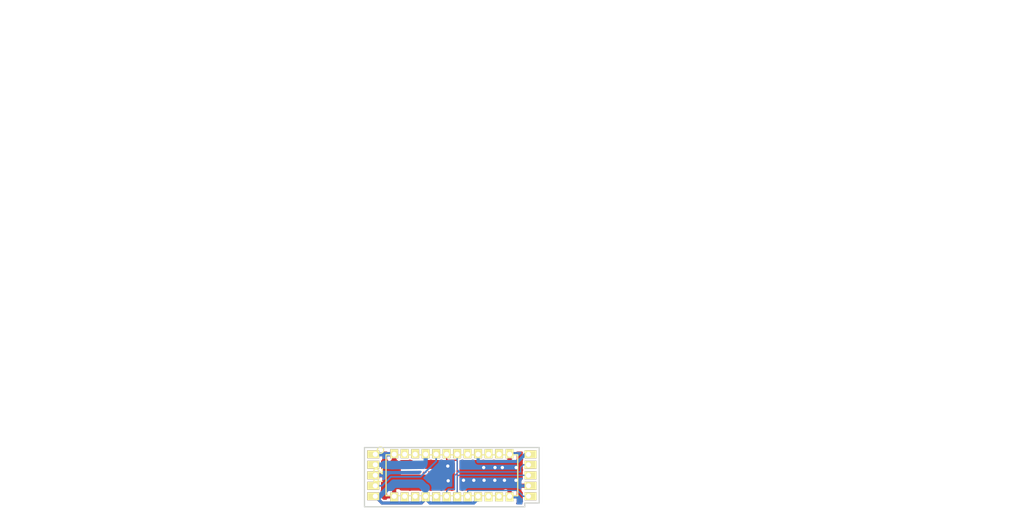
<source format=kicad_pcb>
(kicad_pcb (version 4) (host pcbnew 4.0.2-stable)

  (general
    (links 16)
    (no_connects 1)
    (area 19.6342 14.0462 188.16869 75.090021)
    (thickness 1.6)
    (drawings 11)
    (tracks 120)
    (zones 0)
    (modules 1)
    (nets 9)
  )

  (page User 175.006 124.993)
  (layers
    (0 F.Cu signal)
    (31 B.Cu signal)
    (32 B.Adhes user hide)
    (33 F.Adhes user hide)
    (34 B.Paste user hide)
    (35 F.Paste user hide)
    (36 B.SilkS user)
    (37 F.SilkS user hide)
    (38 B.Mask user)
    (39 F.Mask user)
    (40 Dwgs.User user)
    (41 Cmts.User user)
    (42 Eco1.User user)
    (43 Eco2.User user)
    (44 Edge.Cuts user)
    (45 Margin user)
    (46 B.CrtYd user)
    (47 F.CrtYd user)
    (48 B.Fab user)
    (49 F.Fab user)
  )

  (setup
    (last_trace_width 0.1524)
    (user_trace_width 0.2032)
    (user_trace_width 0.381)
    (user_trace_width 0.508)
    (user_trace_width 0.635)
    (user_trace_width 0.762)
    (user_trace_width 1.016)
    (user_trace_width 1.27)
    (trace_clearance 0.1524)
    (zone_clearance 0.2032)
    (zone_45_only no)
    (trace_min 0.1524)
    (segment_width 0.2)
    (edge_width 0.15)
    (via_size 0.6)
    (via_drill 0.4)
    (via_min_size 0.3048)
    (via_min_drill 0.3)
    (user_via 0.635 0.3048)
    (uvia_size 0.3)
    (uvia_drill 0.1)
    (uvias_allowed no)
    (uvia_min_size 0.2)
    (uvia_min_drill 0.1)
    (pcb_text_width 0.3)
    (pcb_text_size 1.5 1.5)
    (mod_edge_width 0.15)
    (mod_text_size 1 1)
    (mod_text_width 0.15)
    (pad_size 0.8 0.8)
    (pad_drill 0.48)
    (pad_to_mask_clearance 0.0127)
    (solder_mask_min_width 0.0381)
    (aux_axis_origin 0 0)
    (visible_elements 7FFFEFFF)
    (pcbplotparams
      (layerselection 0x011c0_80000001)
      (usegerberextensions true)
      (excludeedgelayer true)
      (linewidth 0.050000)
      (plotframeref false)
      (viasonmask false)
      (mode 1)
      (useauxorigin false)
      (hpglpennumber 1)
      (hpglpenspeed 20)
      (hpglpendiameter 15)
      (hpglpenoverlay 2)
      (psnegative false)
      (psa4output false)
      (plotreference false)
      (plotvalue false)
      (plotinvisibletext false)
      (padsonsilk false)
      (subtractmaskfromsilk false)
      (outputformat 1)
      (mirror false)
      (drillshape 0)
      (scaleselection 1)
      (outputdirectory PDFGerbersJan4_2018))
  )

  (net 0 "")
  (net 1 "Net-(P2-Pad28)")
  (net 2 "Net-(P2-Pad11)")
  (net 3 "Net-(P2-Pad12)")
  (net 4 "Net-(P2-Pad17)")
  (net 5 "Net-(P2-Pad16)")
  (net 6 "Net-(P2-Pad18)")
  (net 7 GND)
  (net 8 "Net-(P2-Pad26)")

  (net_class Default "This is the default net class."
    (clearance 0.1524)
    (trace_width 0.1524)
    (via_dia 0.6)
    (via_drill 0.4)
    (uvia_dia 0.3)
    (uvia_drill 0.1)
    (add_net GND)
    (add_net "Net-(P2-Pad11)")
    (add_net "Net-(P2-Pad12)")
    (add_net "Net-(P2-Pad16)")
    (add_net "Net-(P2-Pad17)")
    (add_net "Net-(P2-Pad18)")
    (add_net "Net-(P2-Pad26)")
    (add_net "Net-(P2-Pad28)")
  )

  (module Footprints:RISER_BOARD_CONN_RCPT_2ROW_24POS_TH_RA_1.27MM__thruhole (layer F.Cu) (tedit 599F35D5) (tstamp 5935EDC3)
    (at 74.3839 70.88632)
    (path /5935DB92)
    (fp_text reference P2 (at -8.89 0 90) (layer F.SilkS)
      (effects (font (size 1 1) (thickness 0.15)))
    )
    (fp_text value HUBSY_RISER_BOARD_M50-3201245_AND_2x_GRPB051VWVN-RC (at 0 0) (layer F.Fab) hide
      (effects (font (size 0.127 0.127) (thickness 0.03175)))
    )
    (fp_line (start 8.8392 3.3528) (end 8.8392 3.81) (layer F.Fab) (width 0.15))
    (fp_line (start 10.541 3.3528) (end 8.8392 3.3528) (layer F.Fab) (width 0.15))
    (fp_line (start 7.493 -3.048) (end -7.493 -3.048) (layer F.Fab) (width 0.15))
    (fp_line (start 7.493 -2.032) (end 7.493 -3.048) (layer F.Fab) (width 0.15))
    (fp_line (start -7.493 -2.032) (end 7.493 -2.032) (layer F.Fab) (width 0.15))
    (fp_line (start -7.493 -3.048) (end -7.493 -2.032) (layer F.Fab) (width 0.15))
    (fp_line (start 7.493 2.032) (end -7.493 2.032) (layer F.Fab) (width 0.15))
    (fp_line (start 7.493 3.048) (end 7.493 2.032) (layer F.Fab) (width 0.15))
    (fp_line (start -7.493 3.048) (end 7.493 3.048) (layer F.Fab) (width 0.15))
    (fp_line (start -7.493 2.032) (end -7.493 3.048) (layer F.Fab) (width 0.15))
    (fp_line (start -10.541 3.81) (end -10.541 -3.302) (layer F.Fab) (width 0.15))
    (fp_line (start 8.8392 3.81) (end -10.541 3.81) (layer F.Fab) (width 0.15))
    (fp_line (start 10.541 -3.302) (end 10.541 3.302) (layer F.Fab) (width 0.15))
    (fp_line (start -10.541 -3.302) (end 10.541 -3.302) (layer F.Fab) (width 0.15))
    (fp_circle (center -8.636 -3.048) (end -8.636 -3.429) (layer F.SilkS) (width 0.15))
    (fp_circle (center -8.382 -2.794) (end -8.382 -3.048) (layer F.Fab) (width 0.15))
    (fp_text user %R (at 0 0) (layer F.Fab)
      (effects (font (size 1 1) (thickness 0.15)))
    )
    (fp_line (start -7.97 2.475) (end 7.97 2.475) (layer F.SilkS) (width 0.15))
    (fp_line (start -7.97 -2.475) (end 7.97 -2.475) (layer F.Fab) (width 0.15))
    (fp_line (start -7.97 -2.475) (end 7.97 -2.475) (layer F.SilkS) (width 0.15))
    (fp_line (start -7.97 2.475) (end 7.97 2.475) (layer F.Fab) (width 0.15))
    (fp_line (start -7.97 -2.475) (end -7.97 2.475) (layer F.SilkS) (width 0.15))
    (fp_line (start -7.97 -2.475) (end -7.97 2.475) (layer F.Fab) (width 0.15))
    (fp_line (start 7.97 -2.475) (end 7.97 2.475) (layer F.SilkS) (width 0.15))
    (fp_line (start 7.97 -2.475) (end 7.97 2.475) (layer F.Fab) (width 0.15))
    (pad 2 thru_hole rect (at -6.985 2.54) (size 0.95 1.1) (drill 0.6 (offset 0 0.075)) (layers *.Cu *.Mask F.SilkS)
      (net 7 GND))
    (pad 3 thru_hole rect (at -5.715 -2.54) (size 0.95 1.1) (drill 0.6 (offset 0 -0.075)) (layers *.Cu *.Mask F.SilkS))
    (pad 5 thru_hole rect (at -4.445 -2.54) (size 0.95 1.1) (drill 0.6 (offset 0 -0.075)) (layers *.Cu *.Mask F.SilkS))
    (pad 7 thru_hole rect (at -3.175 -2.54) (size 0.95 1.1) (drill 0.6 (offset 0 -0.075)) (layers *.Cu *.Mask F.SilkS)
      (net 8 "Net-(P2-Pad26)"))
    (pad 9 thru_hole rect (at -1.905 -2.54) (size 0.95 1.1) (drill 0.6 (offset 0 -0.075)) (layers *.Cu *.Mask F.SilkS)
      (net 1 "Net-(P2-Pad28)"))
    (pad 11 thru_hole rect (at -0.635 -2.54) (size 0.95 1.1) (drill 0.6 (offset 0 -0.075)) (layers *.Cu *.Mask F.SilkS)
      (net 2 "Net-(P2-Pad11)"))
    (pad 13 thru_hole rect (at 0.635 -2.54) (size 0.95 1.1) (drill 0.6 (offset 0 -0.075)) (layers *.Cu *.Mask F.SilkS)
      (net 3 "Net-(P2-Pad12)"))
    (pad 15 thru_hole rect (at 1.905 -2.54) (size 0.95 1.1) (drill 0.6 (offset 0 -0.075)) (layers *.Cu *.Mask F.SilkS))
    (pad 17 thru_hole rect (at 3.175 -2.54) (size 0.95 1.1) (drill 0.6 (offset 0 -0.075)) (layers *.Cu *.Mask F.SilkS)
      (net 4 "Net-(P2-Pad17)"))
    (pad 19 thru_hole rect (at 4.445 -2.54) (size 0.95 1.1) (drill 0.6 (offset 0 -0.075)) (layers *.Cu *.Mask F.SilkS))
    (pad 21 thru_hole rect (at 5.715 -2.54) (size 0.95 1.1) (drill 0.6 (offset 0 -0.075)) (layers *.Cu *.Mask F.SilkS))
    (pad 23 thru_hole rect (at 6.985 -2.54) (size 0.95 1.1) (drill 0.6 (offset 0 -0.075)) (layers *.Cu *.Mask F.SilkS)
      (net 7 GND))
    (pad 4 thru_hole rect (at -5.715 2.54) (size 0.95 1.1) (drill 0.6 (offset 0 0.075)) (layers *.Cu *.Mask F.SilkS))
    (pad 6 thru_hole rect (at -4.445 2.54) (size 0.95 1.1) (drill 0.6 (offset 0 0.075)) (layers *.Cu *.Mask F.SilkS))
    (pad 8 thru_hole rect (at -3.175 2.54) (size 0.95 1.1) (drill 0.6 (offset 0 0.075)) (layers *.Cu *.Mask F.SilkS)
      (net 6 "Net-(P2-Pad18)"))
    (pad 10 thru_hole rect (at -1.905 2.54) (size 0.95 1.1) (drill 0.6 (offset 0 0.075)) (layers *.Cu *.Mask F.SilkS))
    (pad 12 thru_hole rect (at -0.635 2.54) (size 0.95 1.1) (drill 0.6 (offset 0 0.075)) (layers *.Cu *.Mask F.SilkS)
      (net 3 "Net-(P2-Pad12)"))
    (pad 14 thru_hole rect (at 0.635 2.54) (size 0.95 1.1) (drill 0.6 (offset 0 0.075)) (layers *.Cu *.Mask F.SilkS)
      (net 2 "Net-(P2-Pad11)"))
    (pad 16 thru_hole rect (at 1.905 2.54) (size 0.95 1.1) (drill 0.6 (offset 0 0.075)) (layers *.Cu *.Mask F.SilkS)
      (net 5 "Net-(P2-Pad16)"))
    (pad 18 thru_hole rect (at 3.175 2.54) (size 0.95 1.1) (drill 0.6 (offset 0 0.075)) (layers *.Cu *.Mask F.SilkS)
      (net 6 "Net-(P2-Pad18)"))
    (pad 22 thru_hole rect (at 5.715 2.54) (size 0.95 1.1) (drill 0.6 (offset 0 0.075)) (layers *.Cu *.Mask F.SilkS))
    (pad 20 thru_hole rect (at 4.445 2.54) (size 0.95 1.1) (drill 0.6 (offset 0 0.075)) (layers *.Cu *.Mask F.SilkS))
    (pad 24 thru_hole rect (at 6.985 2.54) (size 0.95 1.1) (drill 0.6 (offset 0 0.075)) (layers *.Cu *.Mask F.SilkS)
      (net 7 GND))
    (pad 1 thru_hole rect (at -6.985 -2.54) (size 0.95 1.1) (drill 0.6 (offset 0 -0.075)) (layers *.Cu *.Mask F.SilkS)
      (net 7 GND))
    (pad 25 thru_hole rect (at -9.271 -2.54) (size 1.45 0.95) (drill 0.6 (offset -0.25 0)) (layers *.Cu *.Mask F.SilkS)
      (net 7 GND))
    (pad 26 thru_hole rect (at -9.271 -1.27) (size 1.45 0.95) (drill 0.6 (offset -0.25 0)) (layers *.Cu *.Mask F.SilkS)
      (net 8 "Net-(P2-Pad26)"))
    (pad 27 thru_hole rect (at -9.271 0) (size 1.45 0.95) (drill 0.6 (offset -0.25 0)) (layers *.Cu *.Mask F.SilkS)
      (net 7 GND))
    (pad 28 thru_hole rect (at -9.271 1.27) (size 1.45 0.95) (drill 0.6 (offset -0.25 0)) (layers *.Cu *.Mask F.SilkS)
      (net 1 "Net-(P2-Pad28)"))
    (pad 29 thru_hole rect (at -9.271 2.54) (size 1.45 0.95) (drill 0.6 (offset -0.25 0)) (layers *.Cu *.Mask F.SilkS)
      (net 6 "Net-(P2-Pad18)"))
    (pad 30 thru_hole rect (at 9.271 -2.54) (size 1.45 0.95) (drill 0.6 (offset 0.25 0)) (layers *.Cu *.Mask F.SilkS)
      (net 4 "Net-(P2-Pad17)"))
    (pad 31 thru_hole rect (at 9.271 -1.27) (size 1.45 0.95) (drill 0.6 (offset 0.25 0)) (layers *.Cu *.Mask F.SilkS)
      (net 3 "Net-(P2-Pad12)"))
    (pad 32 thru_hole rect (at 9.271 0) (size 1.45 0.95) (drill 0.6 (offset 0.25 0)) (layers *.Cu *.Mask F.SilkS)
      (net 2 "Net-(P2-Pad11)"))
    (pad 34 thru_hole rect (at 9.271 2.54) (size 1.45 0.95) (drill 0.6 (offset 0.25 0)) (layers *.Cu *.Mask F.SilkS)
      (net 5 "Net-(P2-Pad16)"))
    (pad 33 thru_hole rect (at 9.271 1.27) (size 1.45 0.95) (drill 0.6 (offset 0.25 0)) (layers *.Cu *.Mask F.SilkS)
      (net 7 GND))
  )

  (gr_text "FILE DESCRIPTIONS\n\n~~~~~~~~~~~~~~~~~~~~~~~~~~~~~~~~~~~~~~~~~~~~~~~~~~~~~~~~~~~~~~~~~~~~~~~~~~~~~~~~~~~~~~~~~~~~~~~~~~~~~~~~~~~~~~~~~~~~~~~~~~~~~~~~~~~~~~~~~~~~~~~~~~~~~~~~~~~~~~~~~~~~~~\n~~~~~~~~~~~~~~~~~~~~~~~~~~~~~~~~~~~~~~~~~~~~~~~~~~~~~~~~~~~~~~~~~~~~~~~~~~~~~~~~~~~~~~~~~~~~~~~~~~~~~~~~~~~~~~~~~~~~~~~~~~~~~~~~~~~~~~~~~~~~~~~~~~~~~~~~~~~~~~~~~~~~~~\nManufacturing Gerber Files.Zip    --   Files needed for PCB Manufacturing\n~~~~~~~~~~~~~~~~~~~~~~~~~~~~~~~~~~~~~~~~~~~~~~~~~~~~~~~~~~~~~~~~\n.drl                       ;            Drill File\n\n-Edge.Cuts.gm1          ;            Board Outline\n\n-F.Cu.gtl                 ;             Top-side Copper          [Layer 1]\n-B.Cu.gbl                ;             Bottom-side Copper       [Layer 6]\n\n\n-F.Mask.gts               ;            Top-Side Soldermask\n-B.Mask.gbs              ;            Bottom-Side Soldermask\n~~~~~~~~~~~~~~~~~~~~~~~~~~~~~~~~~~~~~~~~~~~~~~~~~~~~~~~~~~~~~~~~~~~~~~~~~~~~~~~~~~~~~~~~~~~~~~~~~~~~~~~~~~~~~~~~~~~~~~~~~~~~~~~~~~~~~~~~~~~~~~~~~~~~~~~~~~~~~~~~~~~~~~\n" (at 98.3107 36.83) (layer Dwgs.User)
    (effects (font (size 0.762 0.762) (thickness 0.1016)) (justify left))
  )
  (gr_text "PCB Assembly Requirements:\n\nThis is the \"Riser Board\" or \"Connector Pushup Board\" that sits on top of the\n HUBSY PSU V2.1 to lift the USBC to an appropriate height.\n\nIt is assembled with 2pcs 5-pin headers as legs on the East/West edges(M50-3530542).\nThen this PCB board is the table top. \nThen a 2x12 Right Angle female header is placed in the remaining holes, \nsuch that a connector can be inserted from the north (away from the notch).\n\nRefer to reference photo.\n" (at 19.685 53.721) (layer Dwgs.User) (tstamp 59A76069)
    (effects (font (size 1.016 1.016) (thickness 0.1016)) (justify left))
  )
  (gr_text "PCB Manufacturing Requirements:\n\nCopper Layers: 2\nSoldermask Layers: 2\nSilkscreen Layers: 0\n\nAll Layers: Trace Width / Trace Spacing : 6/6 mil\nOuter Layers: 1 oz copper\n\nMinimum Via Annular Ring / Drill Diameter: 25mil / 12mil\n\nDielectric: FR-4\nFinished board thickness: 2mm +- .1mm\n\nROHS Compliant Finish\n" (at 19.7485 25.5778) (layer Dwgs.User)
    (effects (font (size 1.016 1.016) (thickness 0.1016)) (justify left))
  )
  (gr_text "Hubsy Pushup; Jan 2018" (at 70.3326 70.5358) (layer F.Cu) (tstamp 59384416)
    (effects (font (size 0.2 0.2) (thickness 0.05)))
  )
  (gr_text V2.1 (at 70.358 69.6722) (layer F.Cu)
    (effects (font (size 0.3 0.3) (thickness 0.05)))
  )
  (gr_line (start 83.2104 74.7014) (end 63.8048 74.7014) (layer Edge.Cuts) (width 0.15))
  (gr_line (start 83.2104 74.2442) (end 83.2104 74.7014) (layer Edge.Cuts) (width 0.15))
  (gr_line (start 84.9376 74.2442) (end 83.2104 74.2442) (layer Edge.Cuts) (width 0.15))
  (gr_line (start 84.9503 67.5259) (end 63.8048 67.5259) (layer Edge.Cuts) (width 0.15))
  (gr_line (start 84.9503 74.2442) (end 84.9503 67.5259) (layer Edge.Cuts) (width 0.15))
  (gr_line (start 63.8048 67.5259) (end 63.8048 74.7014) (layer Edge.Cuts) (width 0.15))

  (segment (start 67.0052 71.0692) (end 65.91808 72.15632) (width 0.2032) (layer B.Cu) (net 1))
  (segment (start 65.91808 72.15632) (end 65.1129 72.15632) (width 0.2032) (layer B.Cu) (net 1))
  (segment (start 70.595668 71.0692) (end 67.0052 71.0692) (width 0.2032) (layer B.Cu) (net 1))
  (segment (start 72.4789 68.34632) (end 72.4789 69.185968) (width 0.2032) (layer B.Cu) (net 1))
  (segment (start 72.4789 69.185968) (end 70.595668 71.0692) (width 0.2032) (layer B.Cu) (net 1))
  (segment (start 73.7489 68.34632) (end 73.7489 68.97372) (width 0.1524) (layer F.Cu) (net 2))
  (segment (start 73.7489 68.97372) (end 73.83778 69.0626) (width 0.1524) (layer F.Cu) (net 2))
  (segment (start 73.83778 69.0626) (end 74.93 69.0626) (width 0.1524) (layer F.Cu) (net 2))
  (segment (start 74.93 69.0626) (end 75.0189 69.1515) (width 0.1524) (layer F.Cu) (net 2))
  (segment (start 75.0189 69.1515) (end 75.0189 73.42632) (width 0.1524) (layer F.Cu) (net 2))
  (segment (start 75.0189 73.42632) (end 75.0189 71.0565) (width 0.1524) (layer B.Cu) (net 2))
  (segment (start 75.0189 71.0565) (end 75.18908 70.88632) (width 0.1524) (layer B.Cu) (net 2))
  (segment (start 75.18908 70.88632) (end 75.7936 70.88632) (width 0.1524) (layer B.Cu) (net 2))
  (segment (start 75.7936 70.88632) (end 83.6549 70.88632) (width 0.1524) (layer B.Cu) (net 2))
  (segment (start 74.71409 72.5678) (end 74.714091 70.930243) (width 0.1524) (layer B.Cu) (net 3))
  (segment (start 74.714091 70.930243) (end 75.164424 70.47991) (width 0.1524) (layer B.Cu) (net 3))
  (segment (start 75.164424 70.47991) (end 75.3364 70.47991) (width 0.1524) (layer B.Cu) (net 3))
  (segment (start 73.98002 72.5678) (end 74.71409 72.5678) (width 0.1524) (layer B.Cu) (net 3))
  (segment (start 73.7489 73.42632) (end 73.7489 72.79892) (width 0.1524) (layer B.Cu) (net 3))
  (segment (start 73.7489 72.79892) (end 73.98002 72.5678) (width 0.1524) (layer B.Cu) (net 3))
  (segment (start 75.0189 68.34632) (end 75.0189 70.16241) (width 0.1524) (layer B.Cu) (net 3))
  (segment (start 75.0189 70.16241) (end 75.3364 70.47991) (width 0.1524) (layer B.Cu) (net 3))
  (segment (start 82.7024 69.94142) (end 83.0275 69.61632) (width 0.1524) (layer B.Cu) (net 3))
  (segment (start 75.3364 70.47991) (end 82.7024 70.47991) (width 0.1524) (layer B.Cu) (net 3))
  (segment (start 82.7024 70.47991) (end 82.7024 69.94142) (width 0.1524) (layer B.Cu) (net 3))
  (segment (start 83.0275 69.61632) (end 83.6549 69.61632) (width 0.1524) (layer B.Cu) (net 3))
  (segment (start 77.5589 68.34632) (end 77.5589 69.20232) (width 0.381) (layer B.Cu) (net 4))
  (segment (start 77.5589 69.20232) (end 77.571601 69.215021) (width 0.381) (layer B.Cu) (net 4))
  (segment (start 77.571601 69.215021) (end 82.397537 69.215021) (width 0.381) (layer B.Cu) (net 4))
  (segment (start 82.397537 69.215021) (end 83.266238 68.34632) (width 0.381) (layer B.Cu) (net 4))
  (segment (start 83.266238 68.34632) (end 83.6549 68.34632) (width 0.381) (layer B.Cu) (net 4))
  (segment (start 76.2889 73.42632) (end 76.2889 72.79892) (width 0.1524) (layer B.Cu) (net 5))
  (segment (start 76.2889 72.79892) (end 76.365101 72.722719) (width 0.1524) (layer B.Cu) (net 5))
  (segment (start 76.365101 72.722719) (end 82.323899 72.722719) (width 0.1524) (layer B.Cu) (net 5))
  (segment (start 82.323899 72.722719) (end 83.0275 73.42632) (width 0.1524) (layer B.Cu) (net 5))
  (segment (start 83.0275 73.42632) (end 83.6549 73.42632) (width 0.1524) (layer B.Cu) (net 5))
  (segment (start 71.2089 73.42632) (end 71.2089 73.723542) (width 0.381) (layer F.Cu) (net 6))
  (segment (start 71.2089 73.723542) (end 70.688221 74.244221) (width 0.381) (layer F.Cu) (net 6))
  (segment (start 70.688221 74.244221) (end 65.930801 74.244221) (width 0.381) (layer F.Cu) (net 6))
  (segment (start 65.930801 74.244221) (end 65.1129 73.42632) (width 0.381) (layer F.Cu) (net 6))
  (segment (start 71.2089 73.42632) (end 71.2089 73.723542) (width 0.381) (layer B.Cu) (net 6))
  (segment (start 71.2089 73.723542) (end 70.688221 74.244221) (width 0.381) (layer B.Cu) (net 6))
  (segment (start 70.688221 74.244221) (end 65.930801 74.244221) (width 0.381) (layer B.Cu) (net 6))
  (segment (start 65.930801 74.244221) (end 65.1129 73.42632) (width 0.381) (layer B.Cu) (net 6))
  (segment (start 77.5589 73.42632) (end 77.5589 73.723542) (width 0.381) (layer B.Cu) (net 6))
  (segment (start 77.5589 73.723542) (end 77.038221 74.244221) (width 0.381) (layer B.Cu) (net 6))
  (segment (start 77.038221 74.244221) (end 71.729579 74.244221) (width 0.381) (layer B.Cu) (net 6))
  (segment (start 71.729579 74.244221) (end 71.2089 73.723542) (width 0.381) (layer B.Cu) (net 6))
  (segment (start 66.906119 72.290919) (end 66.906119 72.367119) (width 0.762) (layer B.Cu) (net 6))
  (segment (start 70.612 71.9074) (end 67.365838 71.9074) (width 1.016) (layer B.Cu) (net 6))
  (segment (start 67.365838 71.9074) (end 66.982319 72.290919) (width 1.016) (layer B.Cu) (net 6))
  (segment (start 66.982319 72.290919) (end 66.906119 72.290919) (width 1.016) (layer B.Cu) (net 6))
  (segment (start 71.2089 72.4027) (end 71.1073 72.4027) (width 1.016) (layer B.Cu) (net 6))
  (segment (start 71.1073 72.4027) (end 70.612 71.9074) (width 1.016) (layer B.Cu) (net 6))
  (segment (start 77.5589 73.42632) (end 77.5589 73.837842) (width 0.508) (layer B.Cu) (net 6))
  (segment (start 65.24752 73.42632) (end 65.1129 73.42632) (width 0.508) (layer F.Cu) (net 6))
  (segment (start 66.906119 72.367119) (end 66.707999 72.367119) (width 0.635) (layer B.Cu) (net 6))
  (segment (start 66.707999 72.367119) (end 65.648798 73.42632) (width 0.635) (layer B.Cu) (net 6))
  (segment (start 65.648798 73.42632) (end 65.1129 73.42632) (width 0.635) (layer B.Cu) (net 6))
  (segment (start 71.2089 73.42632) (end 71.2089 72.4027) (width 0.508) (layer B.Cu) (net 6))
  (segment (start 67.3989 68.34632) (end 65.1129 68.34632) (width 0.508) (layer B.Cu) (net 7))
  (segment (start 73.9394 71.5518) (end 73.9394 69.8246) (width 0.1524) (layer B.Cu) (net 7))
  (segment (start 73.9394 69.8246) (end 73.8886 69.7738) (width 0.1524) (layer B.Cu) (net 7))
  (via (at 73.8886 69.7738) (size 0.6) (drill 0.4) (layers F.Cu B.Cu) (net 7))
  (segment (start 65.1129 70.88632) (end 73.27392 70.88632) (width 0.1524) (layer F.Cu) (net 7))
  (segment (start 73.27392 70.88632) (end 73.9394 71.5518) (width 0.1524) (layer F.Cu) (net 7))
  (via (at 73.9394 71.5518) (size 0.6) (drill 0.4) (layers F.Cu B.Cu) (net 7))
  (segment (start 80.4926 69.9513) (end 82.169 69.9513) (width 0.1524) (layer B.Cu) (net 7))
  (via (at 82.169 69.9513) (size 0.6) (drill 0.4) (layers F.Cu B.Cu) (net 7))
  (segment (start 79.6036 69.9513) (end 78.232 69.9513) (width 0.1524) (layer F.Cu) (net 7))
  (via (at 78.232 69.9513) (size 0.6) (drill 0.4) (layers F.Cu B.Cu) (net 7))
  (segment (start 80.4926 69.9513) (end 79.6036 69.9513) (width 0.1524) (layer B.Cu) (net 7))
  (via (at 79.6036 69.9513) (size 0.6) (drill 0.4) (layers F.Cu B.Cu) (net 7))
  (segment (start 81.3689 70.0532) (end 81.3689 69.3928) (width 0.2032) (layer F.Cu) (net 7))
  (segment (start 81.3689 73.42632) (end 81.3689 70.0532) (width 0.2032) (layer F.Cu) (net 7))
  (segment (start 81.3689 70.0532) (end 80.5945 70.0532) (width 0.1524) (layer F.Cu) (net 7))
  (segment (start 80.5945 70.0532) (end 80.4926 69.9513) (width 0.1524) (layer F.Cu) (net 7))
  (via (at 80.4926 69.9513) (size 0.6) (drill 0.4) (layers F.Cu B.Cu) (net 7))
  (segment (start 80.7466 71.49113) (end 82.13373 71.49113) (width 0.2032) (layer B.Cu) (net 7))
  (segment (start 82.13373 71.49113) (end 82.1436 71.501) (width 0.2032) (layer B.Cu) (net 7))
  (via (at 82.1436 71.501) (size 0.6) (drill 0.4) (layers F.Cu B.Cu) (net 7))
  (segment (start 81.3689 71.3486) (end 80.7466 71.49113) (width 0.2032) (layer F.Cu) (net 7))
  (segment (start 80.7466 71.49113) (end 79.5782 71.49113) (width 0.2032) (layer F.Cu) (net 7))
  (segment (start 79.5782 71.49113) (end 80.7466 71.49113) (width 0.2032) (layer B.Cu) (net 7))
  (via (at 80.7466 71.49113) (size 0.6) (drill 0.4) (layers F.Cu B.Cu) (net 7))
  (segment (start 79.5782 71.49113) (end 78.2828 71.49113) (width 0.2032) (layer F.Cu) (net 7))
  (segment (start 78.2828 71.49113) (end 79.5782 71.49113) (width 0.2032) (layer B.Cu) (net 7))
  (via (at 79.5782 71.49113) (size 0.6) (drill 0.4) (layers F.Cu B.Cu) (net 7))
  (segment (start 78.2828 71.49113) (end 77.0382 71.49113) (width 0.2032) (layer F.Cu) (net 7))
  (segment (start 77.0382 71.49113) (end 78.2828 71.49113) (width 0.2032) (layer B.Cu) (net 7))
  (via (at 78.2828 71.49113) (size 0.6) (drill 0.4) (layers F.Cu B.Cu) (net 7))
  (segment (start 77.0382 71.49113) (end 75.93613 71.3486) (width 0.2032) (layer F.Cu) (net 7))
  (segment (start 75.7936 71.49113) (end 77.0382 71.49113) (width 0.2032) (layer B.Cu) (net 7))
  (via (at 77.0382 71.49113) (size 0.6) (drill 0.4) (layers F.Cu B.Cu) (net 7))
  (segment (start 81.3689 71.3486) (end 81.3689 69.3928) (width 1.016) (layer F.Cu) (net 7))
  (segment (start 81.3689 72.20712) (end 81.3689 71.3486) (width 1.016) (layer F.Cu) (net 7))
  (segment (start 75.93613 71.3486) (end 75.7936 71.49113) (width 0.2032) (layer F.Cu) (net 7))
  (via (at 75.7936 71.49113) (size 0.6) (drill 0.4) (layers F.Cu B.Cu) (net 7))
  (segment (start 81.3689 73.42632) (end 81.3689 72.20712) (width 0.508) (layer F.Cu) (net 7))
  (segment (start 81.3689 68.34632) (end 81.3689 69.00926) (width 0.508) (layer F.Cu) (net 7))
  (segment (start 81.3689 69.3928) (end 81.3689 69.00926) (width 0.2032) (layer F.Cu) (net 7))
  (segment (start 67.3989 69.36994) (end 67.3989 68.34632) (width 0.508) (layer F.Cu) (net 7))
  (segment (start 67.3989 70.9168) (end 67.3989 69.36994) (width 0.508) (layer F.Cu) (net 7))
  (segment (start 67.3989 72.44332) (end 67.3989 72.16902) (width 0.508) (layer F.Cu) (net 7))
  (segment (start 67.3989 72.16902) (end 67.3989 70.9168) (width 0.508) (layer F.Cu) (net 7))
  (segment (start 67.3989 69.36994) (end 67.3989 72.16902) (width 1.016) (layer F.Cu) (net 7))
  (segment (start 65.1129 70.88632) (end 66.0959 70.88632) (width 0.508) (layer F.Cu) (net 7))
  (segment (start 66.0959 70.88632) (end 66.12638 70.9168) (width 0.508) (layer F.Cu) (net 7))
  (segment (start 66.12638 70.9168) (end 67.3989 70.9168) (width 0.508) (layer F.Cu) (net 7))
  (segment (start 67.3989 73.42632) (end 67.3989 72.44332) (width 0.508) (layer F.Cu) (net 7))
  (segment (start 83.6549 72.15632) (end 82.6719 72.15632) (width 0.508) (layer F.Cu) (net 7))
  (segment (start 82.6719 72.15632) (end 82.6211 72.20712) (width 0.508) (layer F.Cu) (net 7))
  (segment (start 82.6211 72.20712) (end 82.1131 72.20712) (width 0.508) (layer F.Cu) (net 7))
  (segment (start 82.1131 72.20712) (end 81.3689 72.20712) (width 1.016) (layer F.Cu) (net 7))
  (segment (start 70.899062 69.61632) (end 71.2089 69.306482) (width 0.1524) (layer B.Cu) (net 8))
  (segment (start 71.2089 68.34632) (end 71.2089 69.45122) (width 0.508) (layer B.Cu) (net 8))
  (segment (start 70.899062 69.61632) (end 67.17538 69.659521) (width 1.016) (layer B.Cu) (net 8))
  (segment (start 67.17538 69.659521) (end 66.22288 69.61632) (width 1.016) (layer B.Cu) (net 8))
  (segment (start 65.75806 69.61632) (end 66.22288 69.61632) (width 0.508) (layer B.Cu) (net 8))
  (segment (start 65.1129 69.61632) (end 65.75806 69.61632) (width 0.508) (layer B.Cu) (net 8))

  (zone (net 7) (net_name GND) (layer B.Cu) (tstamp 0) (hatch edge 0.508)
    (connect_pads (clearance 0.2032))
    (min_thickness 0.254)
    (fill yes (arc_segments 16) (thermal_gap 0.381) (thermal_bridge_width 0.381))
    (polygon
      (pts
        (xy 62.832189 66.99504) (xy 62.786469 75.01636) (xy 86.327189 75.01636) (xy 86.332269 68.05676) (xy 62.865209 68.05676)
        (xy 62.832189 67.16268)
      )
    )
    (filled_polygon
      (pts
        (xy 82.740132 73.713688) (xy 82.843231 73.782577) (xy 82.843231 73.90132) (xy 82.866256 74.023685) (xy 82.872889 74.033994)
        (xy 82.836044 74.089137) (xy 82.8052 74.2442) (xy 82.8052 74.2962) (xy 82.292322 74.2962) (xy 82.3519 74.152368)
        (xy 82.3519 73.69182) (xy 82.2249 73.56482) (xy 81.4324 73.56482) (xy 81.4324 73.58482) (xy 81.3054 73.58482)
        (xy 81.3054 73.56482) (xy 81.2854 73.56482) (xy 81.2854 73.43782) (xy 81.3054 73.43782) (xy 81.3054 73.41782)
        (xy 81.4324 73.41782) (xy 81.4324 73.43782) (xy 82.2249 73.43782) (xy 82.344582 73.318138)
      )
    )
    (filled_polygon
      (pts
        (xy 67.4624 73.43782) (xy 67.4824 73.43782) (xy 67.4824 73.56482) (xy 67.4624 73.56482) (xy 67.4624 73.58482)
        (xy 67.3354 73.58482) (xy 67.3354 73.56482) (xy 67.3154 73.56482) (xy 67.3154 73.43782) (xy 67.3354 73.43782)
        (xy 67.3354 73.41782) (xy 67.4624 73.41782)
      )
    )
    (filled_polygon
      (pts
        (xy 74.412917 69.131464) (xy 74.5439 69.157989) (xy 74.6125 69.157989) (xy 74.6125 70.16241) (xy 74.643435 70.317933)
        (xy 74.686786 70.382812) (xy 74.426723 70.642875) (xy 74.338626 70.77472) (xy 74.307691 70.930243) (xy 74.30769 72.1614)
        (xy 73.98002 72.1614) (xy 73.824497 72.192335) (xy 73.692652 72.280432) (xy 73.461532 72.511552) (xy 73.392643 72.614651)
        (xy 73.2739 72.614651) (xy 73.151535 72.637676) (xy 73.114571 72.661461) (xy 73.084883 72.641176) (xy 72.9539 72.614651)
        (xy 72.00494 72.614651) (xy 72.0471 72.4027) (xy 71.983296 72.081935) (xy 71.801597 71.810003) (xy 71.529665 71.628304)
        (xy 71.515476 71.625482) (xy 71.204697 71.314703) (xy 71.058505 71.217021) (xy 72.784229 69.491297) (xy 72.877831 69.351211)
        (xy 72.9107 69.185968) (xy 72.9107 69.157989) (xy 72.9539 69.157989) (xy 73.076265 69.134964) (xy 73.113229 69.111179)
        (xy 73.142917 69.131464) (xy 73.2739 69.157989) (xy 74.2239 69.157989) (xy 74.346265 69.134964) (xy 74.383229 69.111179)
      )
    )
    (filled_polygon
      (pts
        (xy 82.843231 71.299569) (xy 82.749239 71.393561) (xy 82.6719 71.580272) (xy 82.6719 71.96582) (xy 82.7989 72.09282)
        (xy 83.8414 72.09282) (xy 83.8414 72.07282) (xy 83.9684 72.07282) (xy 83.9684 72.09282) (xy 83.9884 72.09282)
        (xy 83.9884 72.21982) (xy 83.9684 72.21982) (xy 83.9684 72.23982) (xy 83.8414 72.23982) (xy 83.8414 72.21982)
        (xy 82.7989 72.21982) (xy 82.6719 72.34682) (xy 82.6719 72.495984) (xy 82.611267 72.435351) (xy 82.479422 72.347254)
        (xy 82.323899 72.316319) (xy 76.365101 72.316319) (xy 76.21176 72.34682) (xy 76.209578 72.347254) (xy 76.077732 72.435351)
        (xy 76.001532 72.511552) (xy 75.932643 72.614651) (xy 75.8139 72.614651) (xy 75.691535 72.637676) (xy 75.654571 72.661461)
        (xy 75.624883 72.641176) (xy 75.4939 72.614651) (xy 75.4253 72.614651) (xy 75.4253 71.29272) (xy 82.843231 71.29272)
      )
    )
    (filled_polygon
      (pts
        (xy 66.184902 70.453659) (xy 67.137402 70.49686) (xy 67.161319 70.49322) (xy 67.185104 70.497665) (xy 70.596119 70.458091)
        (xy 70.41681 70.6374) (xy 67.005205 70.6374) (xy 67.0052 70.637399) (xy 66.867373 70.664815) (xy 66.839957 70.670269)
        (xy 66.74937 70.730797) (xy 66.699871 70.763871) (xy 66.0959 71.367842) (xy 66.0959 71.07682) (xy 65.9689 70.94982)
        (xy 64.9264 70.94982) (xy 64.9264 70.96982) (xy 64.7994 70.96982) (xy 64.7994 70.94982) (xy 64.7794 70.94982)
        (xy 64.7794 70.82282) (xy 64.7994 70.82282) (xy 64.7994 70.80282) (xy 64.9264 70.80282) (xy 64.9264 70.82282)
        (xy 65.9689 70.82282) (xy 66.0959 70.69582) (xy 66.0959 70.431721)
      )
    )
    (filled_polygon
      (pts
        (xy 76.952917 69.131464) (xy 77.0382 69.148734) (xy 77.0382 69.202315) (xy 77.038199 69.20232) (xy 77.077836 69.401583)
        (xy 77.190709 69.570511) (xy 77.203408 69.583209) (xy 77.20341 69.583212) (xy 77.372338 69.696085) (xy 77.571601 69.735722)
        (xy 77.571606 69.735721) (xy 82.360462 69.735721) (xy 82.326935 69.785897) (xy 82.296 69.94142) (xy 82.296 70.07351)
        (xy 75.504736 70.07351) (xy 75.4253 69.994074) (xy 75.4253 69.157989) (xy 75.4939 69.157989) (xy 75.616265 69.134964)
        (xy 75.653229 69.111179) (xy 75.682917 69.131464) (xy 75.8139 69.157989) (xy 76.7639 69.157989) (xy 76.886265 69.134964)
        (xy 76.923229 69.111179)
      )
    )
    (filled_polygon
      (pts
        (xy 66.5429 68.20782) (xy 67.3354 68.20782) (xy 67.3354 68.18782) (xy 67.4624 68.18782) (xy 67.4624 68.20782)
        (xy 67.4824 68.20782) (xy 67.4824 68.33482) (xy 67.4624 68.33482) (xy 67.4624 68.35482) (xy 67.3354 68.35482)
        (xy 67.3354 68.33482) (xy 66.5429 68.33482) (xy 66.4159 68.46182) (xy 66.4159 68.786013) (xy 66.260858 68.778981)
        (xy 66.0959 68.804085) (xy 66.0959 68.53682) (xy 65.9689 68.40982) (xy 64.9264 68.40982) (xy 64.9264 68.42982)
        (xy 64.7994 68.42982) (xy 64.7994 68.40982) (xy 64.7794 68.40982) (xy 64.7794 68.28282) (xy 64.7994 68.28282)
        (xy 64.7994 68.26282) (xy 64.9264 68.26282) (xy 64.9264 68.28282) (xy 65.9689 68.28282) (xy 66.06796 68.18376)
        (xy 66.51884 68.18376)
      )
    )
    (filled_polygon
      (pts
        (xy 82.3519 68.524276) (xy 82.3519 68.46182) (xy 82.2249 68.33482) (xy 81.4324 68.33482) (xy 81.4324 68.35482)
        (xy 81.3054 68.35482) (xy 81.3054 68.33482) (xy 81.2854 68.33482) (xy 81.2854 68.20782) (xy 81.3054 68.20782)
        (xy 81.3054 68.18782) (xy 81.4324 68.18782) (xy 81.4324 68.20782) (xy 82.2249 68.20782) (xy 82.24896 68.18376)
        (xy 82.692417 68.18376)
      )
    )
  )
  (zone (net 7) (net_name GND) (layer F.Cu) (tstamp 5935FF7D) (hatch edge 0.508)
    (connect_pads (clearance 0.2032))
    (min_thickness 0.254)
    (fill yes (arc_segments 16) (thermal_gap 0.381) (thermal_bridge_width 0.381))
    (polygon
      (pts
        (xy 62.597597 68.00342) (xy 86.064657 68.00342) (xy 86.117997 75.09002) (xy 62.577277 75.09002) (xy 62.534097 67.26936)
        (xy 62.607757 67.34302)
      )
    )
    (filled_polygon
      (pts
        (xy 82.843231 68.82132) (xy 82.866256 68.943685) (xy 82.890041 68.980649) (xy 82.869756 69.010337) (xy 82.843231 69.14132)
        (xy 82.843231 70.09132) (xy 82.866256 70.213685) (xy 82.890041 70.250649) (xy 82.869756 70.280337) (xy 82.843231 70.41132)
        (xy 82.843231 71.299569) (xy 82.749239 71.393561) (xy 82.6719 71.580272) (xy 82.6719 71.96582) (xy 82.7989 72.09282)
        (xy 83.8414 72.09282) (xy 83.8414 72.07282) (xy 83.9684 72.07282) (xy 83.9684 72.09282) (xy 83.9884 72.09282)
        (xy 83.9884 72.21982) (xy 83.9684 72.21982) (xy 83.9684 72.23982) (xy 83.8414 72.23982) (xy 83.8414 72.21982)
        (xy 82.7989 72.21982) (xy 82.6719 72.34682) (xy 82.6719 72.732368) (xy 82.749239 72.919079) (xy 82.843231 73.013071)
        (xy 82.843231 73.90132) (xy 82.866256 74.023685) (xy 82.872889 74.033994) (xy 82.836044 74.089137) (xy 82.8052 74.2442)
        (xy 82.8052 74.2962) (xy 82.292322 74.2962) (xy 82.3519 74.152368) (xy 82.3519 73.69182) (xy 82.2249 73.56482)
        (xy 81.4324 73.56482) (xy 81.4324 73.58482) (xy 81.3054 73.58482) (xy 81.3054 73.56482) (xy 81.2854 73.56482)
        (xy 81.2854 73.43782) (xy 81.3054 73.43782) (xy 81.3054 72.57032) (xy 81.4324 72.57032) (xy 81.4324 73.43782)
        (xy 82.2249 73.43782) (xy 82.3519 73.31082) (xy 82.3519 72.850272) (xy 82.274561 72.663561) (xy 82.131658 72.520658)
        (xy 81.944947 72.44332) (xy 81.5594 72.44332) (xy 81.4324 72.57032) (xy 81.3054 72.57032) (xy 81.1784 72.44332)
        (xy 80.792853 72.44332) (xy 80.606142 72.520658) (xy 80.512149 72.614651) (xy 79.6239 72.614651) (xy 79.501535 72.637676)
        (xy 79.464571 72.661461) (xy 79.434883 72.641176) (xy 79.3039 72.614651) (xy 78.3539 72.614651) (xy 78.231535 72.637676)
        (xy 78.194571 72.661461) (xy 78.164883 72.641176) (xy 78.0339 72.614651) (xy 77.0839 72.614651) (xy 76.961535 72.637676)
        (xy 76.924571 72.661461) (xy 76.894883 72.641176) (xy 76.7639 72.614651) (xy 75.8139 72.614651) (xy 75.691535 72.637676)
        (xy 75.654571 72.661461) (xy 75.624883 72.641176) (xy 75.4939 72.614651) (xy 75.4253 72.614651) (xy 75.4253 69.157989)
        (xy 75.4939 69.157989) (xy 75.616265 69.134964) (xy 75.653229 69.111179) (xy 75.682917 69.131464) (xy 75.8139 69.157989)
        (xy 76.7639 69.157989) (xy 76.886265 69.134964) (xy 76.923229 69.111179) (xy 76.952917 69.131464) (xy 77.0839 69.157989)
        (xy 78.0339 69.157989) (xy 78.156265 69.134964) (xy 78.193229 69.111179) (xy 78.222917 69.131464) (xy 78.3539 69.157989)
        (xy 79.3039 69.157989) (xy 79.426265 69.134964) (xy 79.463229 69.111179) (xy 79.492917 69.131464) (xy 79.6239 69.157989)
        (xy 80.512149 69.157989) (xy 80.606142 69.251982) (xy 80.792853 69.32932) (xy 81.1784 69.32932) (xy 81.3054 69.20232)
        (xy 81.3054 68.33482) (xy 81.4324 68.33482) (xy 81.4324 69.20232) (xy 81.5594 69.32932) (xy 81.944947 69.32932)
        (xy 82.131658 69.251982) (xy 82.274561 69.109079) (xy 82.3519 68.922368) (xy 82.3519 68.46182) (xy 82.2249 68.33482)
        (xy 81.4324 68.33482) (xy 81.3054 68.33482) (xy 81.2854 68.33482) (xy 81.2854 68.20782) (xy 81.3054 68.20782)
        (xy 81.3054 68.18782) (xy 81.4324 68.18782) (xy 81.4324 68.20782) (xy 82.2249 68.20782) (xy 82.3023 68.13042)
        (xy 82.843231 68.13042)
      )
    )
    (filled_polygon
      (pts
        (xy 66.5429 68.20782) (xy 67.3354 68.20782) (xy 67.3354 68.18782) (xy 67.4624 68.18782) (xy 67.4624 68.20782)
        (xy 67.4824 68.20782) (xy 67.4824 68.33482) (xy 67.4624 68.33482) (xy 67.4624 69.20232) (xy 67.5894 69.32932)
        (xy 67.974947 69.32932) (xy 68.161658 69.251982) (xy 68.255651 69.157989) (xy 69.1439 69.157989) (xy 69.266265 69.134964)
        (xy 69.303229 69.111179) (xy 69.332917 69.131464) (xy 69.4639 69.157989) (xy 69.517086 69.157989) (xy 69.517086 69.9906)
        (xy 68.077402 69.9906) (xy 68.077402 71.031) (xy 72.587799 71.031) (xy 72.587799 69.9906) (xy 71.198914 69.9906)
        (xy 71.198914 69.157989) (xy 71.6839 69.157989) (xy 71.806265 69.134964) (xy 71.843229 69.111179) (xy 71.872917 69.131464)
        (xy 72.0039 69.157989) (xy 72.9539 69.157989) (xy 73.076265 69.134964) (xy 73.113229 69.111179) (xy 73.142917 69.131464)
        (xy 73.2739 69.157989) (xy 73.392643 69.157989) (xy 73.461532 69.261088) (xy 73.550412 69.349968) (xy 73.682257 69.438065)
        (xy 73.83778 69.469) (xy 74.6125 69.469) (xy 74.6125 72.614651) (xy 74.5439 72.614651) (xy 74.421535 72.637676)
        (xy 74.384571 72.661461) (xy 74.354883 72.641176) (xy 74.2239 72.614651) (xy 73.2739 72.614651) (xy 73.151535 72.637676)
        (xy 73.114571 72.661461) (xy 73.084883 72.641176) (xy 72.9539 72.614651) (xy 72.0039 72.614651) (xy 71.881535 72.637676)
        (xy 71.844571 72.661461) (xy 71.814883 72.641176) (xy 71.6839 72.614651) (xy 70.7339 72.614651) (xy 70.611535 72.637676)
        (xy 70.574571 72.661461) (xy 70.544883 72.641176) (xy 70.4139 72.614651) (xy 69.4639 72.614651) (xy 69.341535 72.637676)
        (xy 69.304571 72.661461) (xy 69.274883 72.641176) (xy 69.1439 72.614651) (xy 68.255651 72.614651) (xy 68.161658 72.520658)
        (xy 67.974947 72.44332) (xy 67.5894 72.44332) (xy 67.4624 72.57032) (xy 67.4624 73.43782) (xy 67.4824 73.43782)
        (xy 67.4824 73.56482) (xy 67.4624 73.56482) (xy 67.4624 73.58482) (xy 67.3354 73.58482) (xy 67.3354 73.56482)
        (xy 66.5429 73.56482) (xy 66.4159 73.69182) (xy 66.4159 73.723521) (xy 66.146482 73.723521) (xy 65.924569 73.501608)
        (xy 65.924569 72.95132) (xy 65.905556 72.850272) (xy 66.4159 72.850272) (xy 66.4159 73.31082) (xy 66.5429 73.43782)
        (xy 67.3354 73.43782) (xy 67.3354 72.57032) (xy 67.2084 72.44332) (xy 66.822853 72.44332) (xy 66.636142 72.520658)
        (xy 66.493239 72.663561) (xy 66.4159 72.850272) (xy 65.905556 72.850272) (xy 65.901544 72.828955) (xy 65.877759 72.791991)
        (xy 65.898044 72.762303) (xy 65.924569 72.63132) (xy 65.924569 71.743071) (xy 66.018561 71.649079) (xy 66.0959 71.462368)
        (xy 66.0959 71.07682) (xy 65.9689 70.94982) (xy 64.9264 70.94982) (xy 64.9264 70.96982) (xy 64.7994 70.96982)
        (xy 64.7994 70.94982) (xy 64.7794 70.94982) (xy 64.7794 70.82282) (xy 64.7994 70.82282) (xy 64.7994 70.80282)
        (xy 64.9264 70.80282) (xy 64.9264 70.82282) (xy 65.9689 70.82282) (xy 66.0959 70.69582) (xy 66.0959 70.310272)
        (xy 66.018561 70.123561) (xy 65.924569 70.029569) (xy 65.924569 69.203071) (xy 66.018561 69.109079) (xy 66.0959 68.922368)
        (xy 66.0959 68.53682) (xy 66.0209 68.46182) (xy 66.4159 68.46182) (xy 66.4159 68.922368) (xy 66.493239 69.109079)
        (xy 66.636142 69.251982) (xy 66.822853 69.32932) (xy 67.2084 69.32932) (xy 67.3354 69.20232) (xy 67.3354 68.33482)
        (xy 66.5429 68.33482) (xy 66.4159 68.46182) (xy 66.0209 68.46182) (xy 65.9689 68.40982) (xy 64.9264 68.40982)
        (xy 64.9264 68.42982) (xy 64.7994 68.42982) (xy 64.7994 68.40982) (xy 64.7794 68.40982) (xy 64.7794 68.28282)
        (xy 64.7994 68.28282) (xy 64.7994 68.26282) (xy 64.9264 68.26282) (xy 64.9264 68.28282) (xy 65.9689 68.28282)
        (xy 66.0959 68.15582) (xy 66.0959 68.13042) (xy 66.4655 68.13042)
      )
    )
  )
)

</source>
